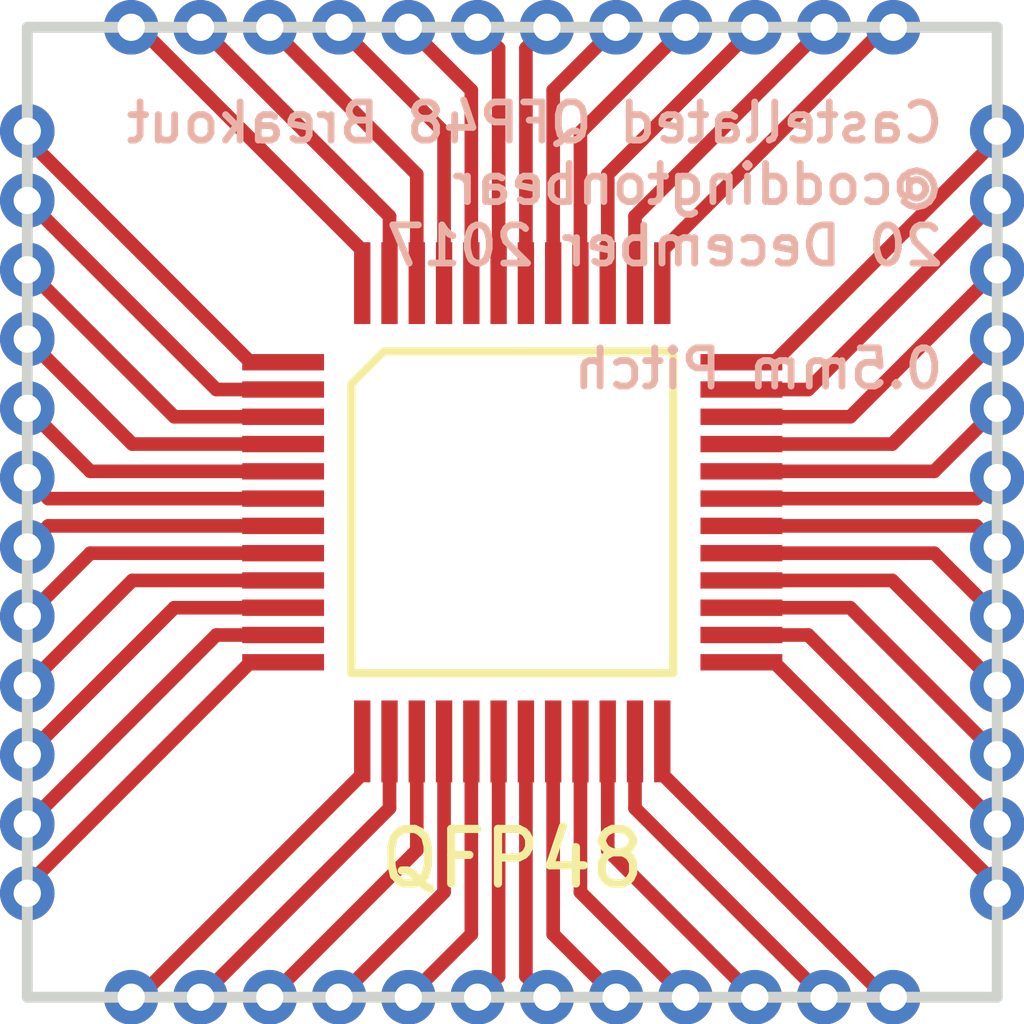
<source format=kicad_pcb>
(kicad_pcb (version 20171130) (host pcbnew "(2017-12-14 revision 75b21d0)-master")

  (general
    (thickness 1.6)
    (drawings 5)
    (tracks 152)
    (zones 0)
    (modules 1)
    (nets 1)
  )

  (page A4)
  (layers
    (0 F.Cu signal)
    (31 B.Cu signal)
    (32 B.Adhes user)
    (33 F.Adhes user)
    (34 B.Paste user)
    (35 F.Paste user)
    (36 B.SilkS user)
    (37 F.SilkS user)
    (38 B.Mask user)
    (39 F.Mask user)
    (40 Dwgs.User user)
    (41 Cmts.User user)
    (42 Eco1.User user)
    (43 Eco2.User user)
    (44 Edge.Cuts user)
    (45 Margin user)
    (46 B.CrtYd user)
    (47 F.CrtYd user)
    (48 B.Fab user)
    (49 F.Fab user)
  )

  (setup
    (last_trace_width 0.25)
    (trace_clearance 0.2)
    (zone_clearance 0.508)
    (zone_45_only no)
    (trace_min 0.2)
    (segment_width 0.2)
    (edge_width 0.15)
    (via_size 1)
    (via_drill 0.5)
    (via_min_size 0.4)
    (via_min_drill 0.3)
    (uvia_size 0.3)
    (uvia_drill 0.1)
    (uvias_allowed no)
    (uvia_min_size 0.2)
    (uvia_min_drill 0.1)
    (pcb_text_width 0.3)
    (pcb_text_size 1.5 1.5)
    (mod_edge_width 0.15)
    (mod_text_size 1 1)
    (mod_text_width 0.15)
    (pad_size 1.524 1.524)
    (pad_drill 0.762)
    (pad_to_mask_clearance 0.2)
    (aux_axis_origin 0 0)
    (visible_elements FFFFFF7F)
    (pcbplotparams
      (layerselection 0x010fc_ffffffff)
      (usegerberextensions false)
      (usegerberattributes false)
      (usegerberadvancedattributes false)
      (creategerberjobfile false)
      (excludeedgelayer true)
      (linewidth 0.100000)
      (plotframeref false)
      (viasonmask true)
      (mode 1)
      (useauxorigin false)
      (hpglpennumber 1)
      (hpglpenspeed 20)
      (hpglpendiameter 15)
      (psnegative false)
      (psa4output false)
      (plotreference true)
      (plotvalue true)
      (plotinvisibletext false)
      (padsonsilk false)
      (subtractmaskfromsilk false)
      (outputformat 1)
      (mirror false)
      (drillshape 0)
      (scaleselection 1)
      (outputdirectory ""))
  )

  (net 0 "")

  (net_class Default "This is the default net class."
    (clearance 0.2)
    (trace_width 0.25)
    (via_dia 1)
    (via_drill 0.5)
    (uvia_dia 0.3)
    (uvia_drill 0.1)
  )

  (module adamgreig/agg-kicad/agg.pretty:LQFP-48 (layer F.Cu) (tedit 5A3B23AE) (tstamp 5A4DD8BC)
    (at 171.45 78.105)
    (fp_text reference REF** (at 0 -5.9) (layer F.Fab)
      (effects (font (size 1 1) (thickness 0.15)))
    )
    (fp_text value QFP48 (at 0 6.35) (layer F.SilkS)
      (effects (font (size 1 1) (thickness 0.15)))
    )
    (fp_line (start -5.2 5.2) (end -5.2 -5.2) (layer F.CrtYd) (width 0.01))
    (fp_line (start 5.2 5.2) (end -5.2 5.2) (layer F.CrtYd) (width 0.01))
    (fp_line (start 5.2 -5.2) (end 5.2 5.2) (layer F.CrtYd) (width 0.01))
    (fp_line (start -5.2 -5.2) (end 5.2 -5.2) (layer F.CrtYd) (width 0.01))
    (fp_line (start -2.95 -2.35) (end -2.35 -2.95) (layer F.SilkS) (width 0.15))
    (fp_line (start -2.95 2.95) (end -2.95 -2.35) (layer F.SilkS) (width 0.15))
    (fp_line (start 2.95 2.95) (end -2.95 2.95) (layer F.SilkS) (width 0.15))
    (fp_line (start 2.95 -2.95) (end 2.95 2.95) (layer F.SilkS) (width 0.15))
    (fp_line (start -2.35 -2.95) (end 2.95 -2.95) (layer F.SilkS) (width 0.15))
    (fp_line (start 2.615 4.6) (end 2.615 3.6) (layer F.Fab) (width 0.01))
    (fp_line (start 2.885 4.6) (end 2.615 4.6) (layer F.Fab) (width 0.01))
    (fp_line (start 2.885 3.6) (end 2.885 4.6) (layer F.Fab) (width 0.01))
    (fp_line (start 2.115 4.6) (end 2.115 3.6) (layer F.Fab) (width 0.01))
    (fp_line (start 2.385 4.6) (end 2.115 4.6) (layer F.Fab) (width 0.01))
    (fp_line (start 2.385 3.6) (end 2.385 4.6) (layer F.Fab) (width 0.01))
    (fp_line (start 1.615 4.6) (end 1.615 3.6) (layer F.Fab) (width 0.01))
    (fp_line (start 1.885 4.6) (end 1.615 4.6) (layer F.Fab) (width 0.01))
    (fp_line (start 1.885 3.6) (end 1.885 4.6) (layer F.Fab) (width 0.01))
    (fp_line (start 1.115 4.6) (end 1.115 3.6) (layer F.Fab) (width 0.01))
    (fp_line (start 1.385 4.6) (end 1.115 4.6) (layer F.Fab) (width 0.01))
    (fp_line (start 1.385 3.6) (end 1.385 4.6) (layer F.Fab) (width 0.01))
    (fp_line (start 0.615 4.6) (end 0.615 3.6) (layer F.Fab) (width 0.01))
    (fp_line (start 0.885 4.6) (end 0.615 4.6) (layer F.Fab) (width 0.01))
    (fp_line (start 0.885 3.6) (end 0.885 4.6) (layer F.Fab) (width 0.01))
    (fp_line (start 0.115 4.6) (end 0.115 3.6) (layer F.Fab) (width 0.01))
    (fp_line (start 0.385 4.6) (end 0.115 4.6) (layer F.Fab) (width 0.01))
    (fp_line (start 0.385 3.6) (end 0.385 4.6) (layer F.Fab) (width 0.01))
    (fp_line (start -0.385 4.6) (end -0.385 3.6) (layer F.Fab) (width 0.01))
    (fp_line (start -0.115 4.6) (end -0.385 4.6) (layer F.Fab) (width 0.01))
    (fp_line (start -0.115 3.6) (end -0.115 4.6) (layer F.Fab) (width 0.01))
    (fp_line (start -0.885 4.6) (end -0.885 3.6) (layer F.Fab) (width 0.01))
    (fp_line (start -0.615 4.6) (end -0.885 4.6) (layer F.Fab) (width 0.01))
    (fp_line (start -0.615 3.6) (end -0.615 4.6) (layer F.Fab) (width 0.01))
    (fp_line (start -1.385 4.6) (end -1.385 3.6) (layer F.Fab) (width 0.01))
    (fp_line (start -1.115 4.6) (end -1.385 4.6) (layer F.Fab) (width 0.01))
    (fp_line (start -1.115 3.6) (end -1.115 4.6) (layer F.Fab) (width 0.01))
    (fp_line (start -1.885 4.6) (end -1.885 3.6) (layer F.Fab) (width 0.01))
    (fp_line (start -1.615 4.6) (end -1.885 4.6) (layer F.Fab) (width 0.01))
    (fp_line (start -1.615 3.6) (end -1.615 4.6) (layer F.Fab) (width 0.01))
    (fp_line (start -2.385 4.6) (end -2.385 3.6) (layer F.Fab) (width 0.01))
    (fp_line (start -2.115 4.6) (end -2.385 4.6) (layer F.Fab) (width 0.01))
    (fp_line (start -2.115 3.6) (end -2.115 4.6) (layer F.Fab) (width 0.01))
    (fp_line (start -2.885 4.6) (end -2.885 3.6) (layer F.Fab) (width 0.01))
    (fp_line (start -2.615 4.6) (end -2.885 4.6) (layer F.Fab) (width 0.01))
    (fp_line (start -2.615 3.6) (end -2.615 4.6) (layer F.Fab) (width 0.01))
    (fp_line (start -2.885 -3.6) (end -2.885 -4.6) (layer F.Fab) (width 0.01))
    (fp_line (start -2.615 -4.6) (end -2.615 -3.6) (layer F.Fab) (width 0.01))
    (fp_line (start -2.885 -4.6) (end -2.615 -4.6) (layer F.Fab) (width 0.01))
    (fp_line (start -2.385 -3.6) (end -2.385 -4.6) (layer F.Fab) (width 0.01))
    (fp_line (start -2.115 -4.6) (end -2.115 -3.6) (layer F.Fab) (width 0.01))
    (fp_line (start -2.385 -4.6) (end -2.115 -4.6) (layer F.Fab) (width 0.01))
    (fp_line (start -1.885 -3.6) (end -1.885 -4.6) (layer F.Fab) (width 0.01))
    (fp_line (start -1.615 -4.6) (end -1.615 -3.6) (layer F.Fab) (width 0.01))
    (fp_line (start -1.885 -4.6) (end -1.615 -4.6) (layer F.Fab) (width 0.01))
    (fp_line (start -1.385 -3.6) (end -1.385 -4.6) (layer F.Fab) (width 0.01))
    (fp_line (start -1.115 -4.6) (end -1.115 -3.6) (layer F.Fab) (width 0.01))
    (fp_line (start -1.385 -4.6) (end -1.115 -4.6) (layer F.Fab) (width 0.01))
    (fp_line (start -0.885 -3.6) (end -0.885 -4.6) (layer F.Fab) (width 0.01))
    (fp_line (start -0.615 -4.6) (end -0.615 -3.6) (layer F.Fab) (width 0.01))
    (fp_line (start -0.885 -4.6) (end -0.615 -4.6) (layer F.Fab) (width 0.01))
    (fp_line (start -0.385 -3.6) (end -0.385 -4.6) (layer F.Fab) (width 0.01))
    (fp_line (start -0.115 -4.6) (end -0.115 -3.6) (layer F.Fab) (width 0.01))
    (fp_line (start -0.385 -4.6) (end -0.115 -4.6) (layer F.Fab) (width 0.01))
    (fp_line (start 0.115 -3.6) (end 0.115 -4.6) (layer F.Fab) (width 0.01))
    (fp_line (start 0.385 -4.6) (end 0.385 -3.6) (layer F.Fab) (width 0.01))
    (fp_line (start 0.115 -4.6) (end 0.385 -4.6) (layer F.Fab) (width 0.01))
    (fp_line (start 0.615 -3.6) (end 0.615 -4.6) (layer F.Fab) (width 0.01))
    (fp_line (start 0.885 -4.6) (end 0.885 -3.6) (layer F.Fab) (width 0.01))
    (fp_line (start 0.615 -4.6) (end 0.885 -4.6) (layer F.Fab) (width 0.01))
    (fp_line (start 1.115 -3.6) (end 1.115 -4.6) (layer F.Fab) (width 0.01))
    (fp_line (start 1.385 -4.6) (end 1.385 -3.6) (layer F.Fab) (width 0.01))
    (fp_line (start 1.115 -4.6) (end 1.385 -4.6) (layer F.Fab) (width 0.01))
    (fp_line (start 1.615 -3.6) (end 1.615 -4.6) (layer F.Fab) (width 0.01))
    (fp_line (start 1.885 -4.6) (end 1.885 -3.6) (layer F.Fab) (width 0.01))
    (fp_line (start 1.615 -4.6) (end 1.885 -4.6) (layer F.Fab) (width 0.01))
    (fp_line (start 2.115 -3.6) (end 2.115 -4.6) (layer F.Fab) (width 0.01))
    (fp_line (start 2.385 -4.6) (end 2.385 -3.6) (layer F.Fab) (width 0.01))
    (fp_line (start 2.115 -4.6) (end 2.385 -4.6) (layer F.Fab) (width 0.01))
    (fp_line (start 2.615 -3.6) (end 2.615 -4.6) (layer F.Fab) (width 0.01))
    (fp_line (start 2.885 -4.6) (end 2.885 -3.6) (layer F.Fab) (width 0.01))
    (fp_line (start 2.615 -4.6) (end 2.885 -4.6) (layer F.Fab) (width 0.01))
    (fp_line (start 4.6 -2.615) (end 3.6 -2.615) (layer F.Fab) (width 0.01))
    (fp_line (start 4.6 -2.885) (end 4.6 -2.615) (layer F.Fab) (width 0.01))
    (fp_line (start 3.6 -2.885) (end 4.6 -2.885) (layer F.Fab) (width 0.01))
    (fp_line (start 4.6 -2.115) (end 3.6 -2.115) (layer F.Fab) (width 0.01))
    (fp_line (start 4.6 -2.385) (end 4.6 -2.115) (layer F.Fab) (width 0.01))
    (fp_line (start 3.6 -2.385) (end 4.6 -2.385) (layer F.Fab) (width 0.01))
    (fp_line (start 4.6 -1.615) (end 3.6 -1.615) (layer F.Fab) (width 0.01))
    (fp_line (start 4.6 -1.885) (end 4.6 -1.615) (layer F.Fab) (width 0.01))
    (fp_line (start 3.6 -1.885) (end 4.6 -1.885) (layer F.Fab) (width 0.01))
    (fp_line (start 4.6 -1.115) (end 3.6 -1.115) (layer F.Fab) (width 0.01))
    (fp_line (start 4.6 -1.385) (end 4.6 -1.115) (layer F.Fab) (width 0.01))
    (fp_line (start 3.6 -1.385) (end 4.6 -1.385) (layer F.Fab) (width 0.01))
    (fp_line (start 4.6 -0.615) (end 3.6 -0.615) (layer F.Fab) (width 0.01))
    (fp_line (start 4.6 -0.885) (end 4.6 -0.615) (layer F.Fab) (width 0.01))
    (fp_line (start 3.6 -0.885) (end 4.6 -0.885) (layer F.Fab) (width 0.01))
    (fp_line (start 4.6 -0.115) (end 3.6 -0.115) (layer F.Fab) (width 0.01))
    (fp_line (start 4.6 -0.385) (end 4.6 -0.115) (layer F.Fab) (width 0.01))
    (fp_line (start 3.6 -0.385) (end 4.6 -0.385) (layer F.Fab) (width 0.01))
    (fp_line (start 4.6 0.385) (end 3.6 0.385) (layer F.Fab) (width 0.01))
    (fp_line (start 4.6 0.115) (end 4.6 0.385) (layer F.Fab) (width 0.01))
    (fp_line (start 3.6 0.115) (end 4.6 0.115) (layer F.Fab) (width 0.01))
    (fp_line (start 4.6 0.885) (end 3.6 0.885) (layer F.Fab) (width 0.01))
    (fp_line (start 4.6 0.615) (end 4.6 0.885) (layer F.Fab) (width 0.01))
    (fp_line (start 3.6 0.615) (end 4.6 0.615) (layer F.Fab) (width 0.01))
    (fp_line (start 4.6 1.385) (end 3.6 1.385) (layer F.Fab) (width 0.01))
    (fp_line (start 4.6 1.115) (end 4.6 1.385) (layer F.Fab) (width 0.01))
    (fp_line (start 3.6 1.115) (end 4.6 1.115) (layer F.Fab) (width 0.01))
    (fp_line (start 4.6 1.885) (end 3.6 1.885) (layer F.Fab) (width 0.01))
    (fp_line (start 4.6 1.615) (end 4.6 1.885) (layer F.Fab) (width 0.01))
    (fp_line (start 3.6 1.615) (end 4.6 1.615) (layer F.Fab) (width 0.01))
    (fp_line (start 4.6 2.385) (end 3.6 2.385) (layer F.Fab) (width 0.01))
    (fp_line (start 4.6 2.115) (end 4.6 2.385) (layer F.Fab) (width 0.01))
    (fp_line (start 3.6 2.115) (end 4.6 2.115) (layer F.Fab) (width 0.01))
    (fp_line (start 4.6 2.885) (end 3.6 2.885) (layer F.Fab) (width 0.01))
    (fp_line (start 4.6 2.615) (end 4.6 2.885) (layer F.Fab) (width 0.01))
    (fp_line (start 3.6 2.615) (end 4.6 2.615) (layer F.Fab) (width 0.01))
    (fp_line (start -4.6 2.885) (end -4.6 2.615) (layer F.Fab) (width 0.01))
    (fp_line (start -3.6 2.885) (end -4.6 2.885) (layer F.Fab) (width 0.01))
    (fp_line (start -4.6 2.615) (end -3.6 2.615) (layer F.Fab) (width 0.01))
    (fp_line (start -4.6 2.385) (end -4.6 2.115) (layer F.Fab) (width 0.01))
    (fp_line (start -3.6 2.385) (end -4.6 2.385) (layer F.Fab) (width 0.01))
    (fp_line (start -4.6 2.115) (end -3.6 2.115) (layer F.Fab) (width 0.01))
    (fp_line (start -4.6 1.885) (end -4.6 1.615) (layer F.Fab) (width 0.01))
    (fp_line (start -3.6 1.885) (end -4.6 1.885) (layer F.Fab) (width 0.01))
    (fp_line (start -4.6 1.615) (end -3.6 1.615) (layer F.Fab) (width 0.01))
    (fp_line (start -4.6 1.385) (end -4.6 1.115) (layer F.Fab) (width 0.01))
    (fp_line (start -3.6 1.385) (end -4.6 1.385) (layer F.Fab) (width 0.01))
    (fp_line (start -4.6 1.115) (end -3.6 1.115) (layer F.Fab) (width 0.01))
    (fp_line (start -4.6 0.885) (end -4.6 0.615) (layer F.Fab) (width 0.01))
    (fp_line (start -3.6 0.885) (end -4.6 0.885) (layer F.Fab) (width 0.01))
    (fp_line (start -4.6 0.615) (end -3.6 0.615) (layer F.Fab) (width 0.01))
    (fp_line (start -4.6 0.385) (end -4.6 0.115) (layer F.Fab) (width 0.01))
    (fp_line (start -3.6 0.385) (end -4.6 0.385) (layer F.Fab) (width 0.01))
    (fp_line (start -4.6 0.115) (end -3.6 0.115) (layer F.Fab) (width 0.01))
    (fp_line (start -4.6 -0.115) (end -4.6 -0.385) (layer F.Fab) (width 0.01))
    (fp_line (start -3.6 -0.115) (end -4.6 -0.115) (layer F.Fab) (width 0.01))
    (fp_line (start -4.6 -0.385) (end -3.6 -0.385) (layer F.Fab) (width 0.01))
    (fp_line (start -4.6 -0.615) (end -4.6 -0.885) (layer F.Fab) (width 0.01))
    (fp_line (start -3.6 -0.615) (end -4.6 -0.615) (layer F.Fab) (width 0.01))
    (fp_line (start -4.6 -0.885) (end -3.6 -0.885) (layer F.Fab) (width 0.01))
    (fp_line (start -4.6 -1.115) (end -4.6 -1.385) (layer F.Fab) (width 0.01))
    (fp_line (start -3.6 -1.115) (end -4.6 -1.115) (layer F.Fab) (width 0.01))
    (fp_line (start -4.6 -1.385) (end -3.6 -1.385) (layer F.Fab) (width 0.01))
    (fp_line (start -4.6 -1.615) (end -4.6 -1.885) (layer F.Fab) (width 0.01))
    (fp_line (start -3.6 -1.615) (end -4.6 -1.615) (layer F.Fab) (width 0.01))
    (fp_line (start -4.6 -1.885) (end -3.6 -1.885) (layer F.Fab) (width 0.01))
    (fp_line (start -4.6 -2.115) (end -4.6 -2.385) (layer F.Fab) (width 0.01))
    (fp_line (start -3.6 -2.115) (end -4.6 -2.115) (layer F.Fab) (width 0.01))
    (fp_line (start -4.6 -2.385) (end -3.6 -2.385) (layer F.Fab) (width 0.01))
    (fp_line (start -4.6 -2.615) (end -4.6 -2.885) (layer F.Fab) (width 0.01))
    (fp_line (start -3.6 -2.615) (end -4.6 -2.615) (layer F.Fab) (width 0.01))
    (fp_line (start -4.6 -2.885) (end -3.6 -2.885) (layer F.Fab) (width 0.01))
    (fp_circle (center -2.8 -2.8) (end -2.8 -2.4) (layer F.Fab) (width 0.01))
    (fp_line (start -3.6 3.6) (end -3.6 -3.6) (layer F.Fab) (width 0.01))
    (fp_line (start 3.6 3.6) (end -3.6 3.6) (layer F.Fab) (width 0.01))
    (fp_line (start 3.6 -3.6) (end 3.6 3.6) (layer F.Fab) (width 0.01))
    (fp_line (start -3.6 -3.6) (end 3.6 -3.6) (layer F.Fab) (width 0.01))
    (pad 48 smd rect (at -2.75 -4.2) (size 0.3 1.5) (layers F.Cu F.Paste F.Mask))
    (pad 47 smd rect (at -2.25 -4.2) (size 0.3 1.5) (layers F.Cu F.Paste F.Mask))
    (pad 46 smd rect (at -1.75 -4.2) (size 0.3 1.5) (layers F.Cu F.Paste F.Mask))
    (pad 45 smd rect (at -1.25 -4.2) (size 0.3 1.5) (layers F.Cu F.Paste F.Mask))
    (pad 44 smd rect (at -0.75 -4.2) (size 0.3 1.5) (layers F.Cu F.Paste F.Mask))
    (pad 43 smd rect (at -0.25 -4.2) (size 0.3 1.5) (layers F.Cu F.Paste F.Mask))
    (pad 42 smd rect (at 0.25 -4.2) (size 0.3 1.5) (layers F.Cu F.Paste F.Mask))
    (pad 41 smd rect (at 0.75 -4.2) (size 0.3 1.5) (layers F.Cu F.Paste F.Mask))
    (pad 40 smd rect (at 1.25 -4.2) (size 0.3 1.5) (layers F.Cu F.Paste F.Mask))
    (pad 39 smd rect (at 1.75 -4.2) (size 0.3 1.5) (layers F.Cu F.Paste F.Mask))
    (pad 38 smd rect (at 2.25 -4.2) (size 0.3 1.5) (layers F.Cu F.Paste F.Mask))
    (pad 37 smd rect (at 2.75 -4.2) (size 0.3 1.5) (layers F.Cu F.Paste F.Mask))
    (pad 36 smd rect (at 4.2 -2.75) (size 1.5 0.3) (layers F.Cu F.Paste F.Mask))
    (pad 35 smd rect (at 4.2 -2.25) (size 1.5 0.3) (layers F.Cu F.Paste F.Mask))
    (pad 34 smd rect (at 4.2 -1.75) (size 1.5 0.3) (layers F.Cu F.Paste F.Mask))
    (pad 33 smd rect (at 4.2 -1.25) (size 1.5 0.3) (layers F.Cu F.Paste F.Mask))
    (pad 32 smd rect (at 4.2 -0.75) (size 1.5 0.3) (layers F.Cu F.Paste F.Mask))
    (pad 31 smd rect (at 4.2 -0.25) (size 1.5 0.3) (layers F.Cu F.Paste F.Mask))
    (pad 30 smd rect (at 4.2 0.25) (size 1.5 0.3) (layers F.Cu F.Paste F.Mask))
    (pad 29 smd rect (at 4.2 0.75) (size 1.5 0.3) (layers F.Cu F.Paste F.Mask))
    (pad 28 smd rect (at 4.2 1.25) (size 1.5 0.3) (layers F.Cu F.Paste F.Mask))
    (pad 27 smd rect (at 4.2 1.75) (size 1.5 0.3) (layers F.Cu F.Paste F.Mask))
    (pad 26 smd rect (at 4.2 2.25) (size 1.5 0.3) (layers F.Cu F.Paste F.Mask))
    (pad 25 smd rect (at 4.2 2.75) (size 1.5 0.3) (layers F.Cu F.Paste F.Mask))
    (pad 24 smd rect (at 2.75 4.2) (size 0.3 1.5) (layers F.Cu F.Paste F.Mask))
    (pad 23 smd rect (at 2.25 4.2) (size 0.3 1.5) (layers F.Cu F.Paste F.Mask))
    (pad 22 smd rect (at 1.75 4.2) (size 0.3 1.5) (layers F.Cu F.Paste F.Mask))
    (pad 21 smd rect (at 1.25 4.2) (size 0.3 1.5) (layers F.Cu F.Paste F.Mask))
    (pad 20 smd rect (at 0.75 4.2) (size 0.3 1.5) (layers F.Cu F.Paste F.Mask))
    (pad 19 smd rect (at 0.25 4.2) (size 0.3 1.5) (layers F.Cu F.Paste F.Mask))
    (pad 18 smd rect (at -0.25 4.2) (size 0.3 1.5) (layers F.Cu F.Paste F.Mask))
    (pad 17 smd rect (at -0.75 4.2) (size 0.3 1.5) (layers F.Cu F.Paste F.Mask))
    (pad 16 smd rect (at -1.25 4.2) (size 0.3 1.5) (layers F.Cu F.Paste F.Mask))
    (pad 15 smd rect (at -1.75 4.2) (size 0.3 1.5) (layers F.Cu F.Paste F.Mask))
    (pad 14 smd rect (at -2.25 4.2) (size 0.3 1.5) (layers F.Cu F.Paste F.Mask))
    (pad 13 smd rect (at -2.75 4.2) (size 0.3 1.5) (layers F.Cu F.Paste F.Mask))
    (pad 12 smd rect (at -4.2 2.75) (size 1.5 0.3) (layers F.Cu F.Paste F.Mask))
    (pad 11 smd rect (at -4.2 2.25) (size 1.5 0.3) (layers F.Cu F.Paste F.Mask))
    (pad 10 smd rect (at -4.2 1.75) (size 1.5 0.3) (layers F.Cu F.Paste F.Mask))
    (pad 9 smd rect (at -4.2 1.25) (size 1.5 0.3) (layers F.Cu F.Paste F.Mask))
    (pad 8 smd rect (at -4.2 0.75) (size 1.5 0.3) (layers F.Cu F.Paste F.Mask))
    (pad 7 smd rect (at -4.2 0.25) (size 1.5 0.3) (layers F.Cu F.Paste F.Mask))
    (pad 6 smd rect (at -4.2 -0.25) (size 1.5 0.3) (layers F.Cu F.Paste F.Mask))
    (pad 5 smd rect (at -4.2 -0.75) (size 1.5 0.3) (layers F.Cu F.Paste F.Mask))
    (pad 4 smd rect (at -4.2 -1.25) (size 1.5 0.3) (layers F.Cu F.Paste F.Mask))
    (pad 3 smd rect (at -4.2 -1.75) (size 1.5 0.3) (layers F.Cu F.Paste F.Mask))
    (pad 2 smd rect (at -4.2 -2.25) (size 1.5 0.3) (layers F.Cu F.Paste F.Mask))
    (pad 1 smd rect (at -4.2 -2.75) (size 1.5 0.3) (layers F.Cu F.Paste F.Mask))
    (model ${KISYS3DMOD}/Housings_QFP.3dshapes/LQFP-48_7x7mm_Pitch0.5mm.wrl
      (at (xyz 0 0 0))
      (scale (xyz 1 1 1))
      (rotate (xyz 0 0 0))
    )
  )

  (gr_text "Castellated QFP48 Breakout\n@coddingtonbear\n20 December 2017\n\n0.5mm Pitch" (at 179.41 73.22) (layer B.SilkS)
    (effects (font (size 0.7 0.7) (thickness 0.125)) (justify left mirror))
  )
  (gr_line (start 162.56 86.995) (end 162.56 69.215) (layer Edge.Cuts) (width 0.2))
  (gr_line (start 180.34 86.995) (end 162.56 86.995) (layer Edge.Cuts) (width 0.2))
  (gr_line (start 180.34 69.215) (end 180.34 86.995) (layer Edge.Cuts) (width 0.2))
  (gr_line (start 162.56 69.215) (end 180.34 69.215) (layer Edge.Cuts) (width 0.2))

  (segment (start 167.25 75.355) (end 166.65 75.355) (width 0.25) (layer F.Cu) (net 0))
  (segment (start 162.56 71.265) (end 162.56 71.12) (width 0.25) (layer F.Cu) (net 0))
  (segment (start 166.65 75.355) (end 162.56 71.265) (width 0.25) (layer F.Cu) (net 0))
  (segment (start 167.25 75.855) (end 166.025 75.855) (width 0.25) (layer F.Cu) (net 0))
  (segment (start 166.025 75.855) (end 162.56 72.39) (width 0.25) (layer F.Cu) (net 0))
  (segment (start 167.25 76.355) (end 165.255 76.355) (width 0.25) (layer F.Cu) (net 0))
  (segment (start 165.255 76.355) (end 162.56 73.66) (width 0.25) (layer F.Cu) (net 0))
  (segment (start 167.25 76.855) (end 164.485 76.855) (width 0.25) (layer F.Cu) (net 0))
  (segment (start 164.485 76.855) (end 162.56 74.93) (width 0.25) (layer F.Cu) (net 0))
  (segment (start 167.25 77.355) (end 163.715 77.355) (width 0.25) (layer F.Cu) (net 0))
  (segment (start 163.715 77.355) (end 162.56 76.2) (width 0.25) (layer F.Cu) (net 0))
  (segment (start 167.25 80.855) (end 166.65 80.855) (width 0.25) (layer F.Cu) (net 0))
  (segment (start 166.65 80.855) (end 162.56 84.945) (width 0.25) (layer F.Cu) (net 0))
  (segment (start 162.56 84.945) (end 162.56 85.09) (width 0.25) (layer F.Cu) (net 0))
  (segment (start 167.25 80.355) (end 166.025 80.355) (width 0.25) (layer F.Cu) (net 0))
  (segment (start 166.025 80.355) (end 162.56 83.82) (width 0.25) (layer F.Cu) (net 0))
  (segment (start 167.25 79.855) (end 165.255 79.855) (width 0.25) (layer F.Cu) (net 0))
  (segment (start 165.255 79.855) (end 162.56 82.55) (width 0.25) (layer F.Cu) (net 0))
  (segment (start 167.25 79.355) (end 164.485 79.355) (width 0.25) (layer F.Cu) (net 0))
  (segment (start 164.485 79.355) (end 162.56 81.28) (width 0.25) (layer F.Cu) (net 0))
  (segment (start 167.25 78.855) (end 163.715 78.855) (width 0.25) (layer F.Cu) (net 0))
  (segment (start 163.715 78.855) (end 162.56 80.01) (width 0.25) (layer F.Cu) (net 0))
  (segment (start 168.7 82.305) (end 168.7 82.905) (width 0.25) (layer F.Cu) (net 0))
  (segment (start 168.7 82.905) (end 164.61 86.995) (width 0.25) (layer F.Cu) (net 0))
  (segment (start 164.61 86.995) (end 164.465 86.995) (width 0.25) (layer F.Cu) (net 0))
  (segment (start 169.2 82.305) (end 169.2 83.53) (width 0.25) (layer F.Cu) (net 0))
  (segment (start 169.2 83.53) (end 165.735 86.995) (width 0.25) (layer F.Cu) (net 0))
  (segment (start 169.7 82.305) (end 169.7 84.3) (width 0.25) (layer F.Cu) (net 0))
  (segment (start 169.7 84.3) (end 167.005 86.995) (width 0.25) (layer F.Cu) (net 0))
  (segment (start 170.2 82.305) (end 170.2 85.07) (width 0.25) (layer F.Cu) (net 0))
  (segment (start 170.2 85.07) (end 168.275 86.995) (width 0.25) (layer F.Cu) (net 0))
  (segment (start 170.7 82.305) (end 170.7 85.84) (width 0.25) (layer F.Cu) (net 0))
  (segment (start 170.7 85.84) (end 169.545 86.995) (width 0.25) (layer F.Cu) (net 0))
  (segment (start 174.2 82.305) (end 174.2 82.905) (width 0.25) (layer F.Cu) (net 0))
  (segment (start 174.2 82.905) (end 178.29 86.995) (width 0.25) (layer F.Cu) (net 0))
  (segment (start 178.29 86.995) (end 178.435 86.995) (width 0.25) (layer F.Cu) (net 0))
  (segment (start 173.7 82.305) (end 173.7 83.53) (width 0.25) (layer F.Cu) (net 0))
  (segment (start 173.7 83.53) (end 177.165 86.995) (width 0.25) (layer F.Cu) (net 0))
  (segment (start 173.2 82.305) (end 173.2 84.3) (width 0.25) (layer F.Cu) (net 0))
  (segment (start 173.2 84.3) (end 175.895 86.995) (width 0.25) (layer F.Cu) (net 0))
  (segment (start 172.7 82.305) (end 172.7 85.07) (width 0.25) (layer F.Cu) (net 0))
  (segment (start 172.7 85.07) (end 174.625 86.995) (width 0.25) (layer F.Cu) (net 0))
  (segment (start 172.2 82.305) (end 172.2 85.84) (width 0.25) (layer F.Cu) (net 0))
  (segment (start 172.2 85.84) (end 173.355 86.995) (width 0.25) (layer F.Cu) (net 0))
  (segment (start 175.65 80.855) (end 176.25 80.855) (width 0.25) (layer F.Cu) (net 0))
  (segment (start 176.25 80.855) (end 180.34 84.945) (width 0.25) (layer F.Cu) (net 0))
  (segment (start 180.34 84.945) (end 180.34 85.09) (width 0.25) (layer F.Cu) (net 0))
  (segment (start 175.65 80.355) (end 176.875 80.355) (width 0.25) (layer F.Cu) (net 0))
  (segment (start 176.875 80.355) (end 180.34 83.82) (width 0.25) (layer F.Cu) (net 0))
  (segment (start 175.65 79.855) (end 177.645 79.855) (width 0.25) (layer F.Cu) (net 0))
  (segment (start 177.645 79.855) (end 180.34 82.55) (width 0.25) (layer F.Cu) (net 0))
  (segment (start 175.65 79.355) (end 178.415 79.355) (width 0.25) (layer F.Cu) (net 0))
  (segment (start 178.415 79.355) (end 180.34 81.28) (width 0.25) (layer F.Cu) (net 0))
  (segment (start 175.65 78.855) (end 179.185 78.855) (width 0.25) (layer F.Cu) (net 0))
  (segment (start 179.185 78.855) (end 180.34 80.01) (width 0.25) (layer F.Cu) (net 0))
  (segment (start 175.65 75.855) (end 176.875 75.855) (width 0.25) (layer F.Cu) (net 0))
  (segment (start 176.875 75.855) (end 180.34 72.39) (width 0.25) (layer F.Cu) (net 0))
  (segment (start 175.65 76.355) (end 177.645 76.355) (width 0.25) (layer F.Cu) (net 0))
  (segment (start 177.645 76.355) (end 180.34 73.66) (width 0.25) (layer F.Cu) (net 0))
  (segment (start 175.65 76.855) (end 178.415 76.855) (width 0.25) (layer F.Cu) (net 0))
  (segment (start 178.415 76.855) (end 180.34 74.93) (width 0.25) (layer F.Cu) (net 0))
  (segment (start 175.65 77.355) (end 179.185 77.355) (width 0.25) (layer F.Cu) (net 0))
  (segment (start 179.185 77.355) (end 180.34 76.2) (width 0.25) (layer F.Cu) (net 0))
  (segment (start 175.65 75.355) (end 176.25 75.355) (width 0.25) (layer F.Cu) (net 0))
  (segment (start 176.25 75.355) (end 180.34 71.265) (width 0.25) (layer F.Cu) (net 0))
  (segment (start 180.34 71.265) (end 180.34 71.12) (width 0.25) (layer F.Cu) (net 0))
  (segment (start 174.2 73.905) (end 174.2 73.305) (width 0.25) (layer F.Cu) (net 0))
  (segment (start 178.29 69.215) (end 178.435 69.215) (width 0.25) (layer F.Cu) (net 0))
  (segment (start 174.2 73.305) (end 178.29 69.215) (width 0.25) (layer F.Cu) (net 0))
  (segment (start 173.7 73.905) (end 173.7 72.68) (width 0.25) (layer F.Cu) (net 0))
  (segment (start 173.7 72.68) (end 177.165 69.215) (width 0.25) (layer F.Cu) (net 0))
  (segment (start 173.2 73.905) (end 173.2 71.91) (width 0.25) (layer F.Cu) (net 0))
  (segment (start 173.2 71.91) (end 175.895 69.215) (width 0.25) (layer F.Cu) (net 0))
  (segment (start 172.7 73.905) (end 172.7 71.14) (width 0.25) (layer F.Cu) (net 0))
  (segment (start 172.7 71.14) (end 174.625 69.215) (width 0.25) (layer F.Cu) (net 0))
  (segment (start 172.2 73.905) (end 172.2 70.37) (width 0.25) (layer F.Cu) (net 0))
  (segment (start 172.2 70.37) (end 173.355 69.215) (width 0.25) (layer F.Cu) (net 0))
  (segment (start 168.7 73.905) (end 168.7 73.305) (width 0.25) (layer F.Cu) (net 0))
  (segment (start 168.7 73.305) (end 164.61 69.215) (width 0.25) (layer F.Cu) (net 0))
  (segment (start 164.61 69.215) (end 164.465 69.215) (width 0.25) (layer F.Cu) (net 0))
  (segment (start 169.2 73.905) (end 169.2 72.68) (width 0.25) (layer F.Cu) (net 0))
  (segment (start 169.2 72.68) (end 165.735 69.215) (width 0.25) (layer F.Cu) (net 0))
  (segment (start 169.7 73.905) (end 169.7 71.91) (width 0.25) (layer F.Cu) (net 0))
  (segment (start 169.7 71.91) (end 167.005 69.215) (width 0.25) (layer F.Cu) (net 0))
  (segment (start 170.2 73.905) (end 170.2 71.14) (width 0.25) (layer F.Cu) (net 0))
  (segment (start 170.2 71.14) (end 168.275 69.215) (width 0.25) (layer F.Cu) (net 0))
  (segment (start 170.7 73.905) (end 170.7 70.37) (width 0.25) (layer F.Cu) (net 0))
  (segment (start 170.7 70.37) (end 169.545 69.215) (width 0.25) (layer F.Cu) (net 0))
  (segment (start 167.25 77.855) (end 162.945 77.855) (width 0.25) (layer F.Cu) (net 0))
  (segment (start 162.945 77.855) (end 162.56 77.47) (width 0.25) (layer F.Cu) (net 0))
  (segment (start 167.25 78.355) (end 162.945 78.355) (width 0.25) (layer F.Cu) (net 0))
  (segment (start 162.945 78.355) (end 162.56 78.74) (width 0.25) (layer F.Cu) (net 0))
  (segment (start 171.2 82.305) (end 171.2 86.61) (width 0.25) (layer F.Cu) (net 0))
  (segment (start 171.2 86.61) (end 170.815 86.995) (width 0.25) (layer F.Cu) (net 0))
  (segment (start 171.7 82.305) (end 171.7 86.61) (width 0.25) (layer F.Cu) (net 0))
  (segment (start 171.7 86.61) (end 172.085 86.995) (width 0.25) (layer F.Cu) (net 0))
  (segment (start 175.65 78.355) (end 179.955 78.355) (width 0.25) (layer F.Cu) (net 0))
  (segment (start 179.955 78.355) (end 180.34 78.74) (width 0.25) (layer F.Cu) (net 0))
  (segment (start 175.65 77.855) (end 179.955 77.855) (width 0.25) (layer F.Cu) (net 0))
  (segment (start 179.955 77.855) (end 180.34 77.47) (width 0.25) (layer F.Cu) (net 0))
  (segment (start 171.2 73.905) (end 171.2 69.6) (width 0.25) (layer F.Cu) (net 0))
  (segment (start 171.2 69.6) (end 170.815 69.215) (width 0.25) (layer F.Cu) (net 0))
  (segment (start 171.7 73.905) (end 171.7 69.6) (width 0.25) (layer F.Cu) (net 0))
  (segment (start 171.7 69.6) (end 172.085 69.215) (width 0.25) (layer F.Cu) (net 0))
  (via (at 180.34 71.12) (size 1) (drill 0.5) (layers F.Cu B.Cu) (net 0))
  (via (at 180.34 72.39) (size 1) (drill 0.5) (layers F.Cu B.Cu) (net 0))
  (via (at 180.34 73.66) (size 1) (drill 0.5) (layers F.Cu B.Cu) (net 0))
  (via (at 180.34 74.93) (size 1) (drill 0.5) (layers F.Cu B.Cu) (net 0))
  (via (at 180.34 76.2) (size 1) (drill 0.5) (layers F.Cu B.Cu) (net 0))
  (via (at 180.34 77.47) (size 1) (drill 0.5) (layers F.Cu B.Cu) (net 0))
  (via (at 180.34 78.74) (size 1) (drill 0.5) (layers F.Cu B.Cu) (net 0))
  (via (at 180.34 80.01) (size 1) (drill 0.5) (layers F.Cu B.Cu) (net 0))
  (via (at 180.34 81.28) (size 1) (drill 0.5) (layers F.Cu B.Cu) (net 0))
  (via (at 180.34 82.55) (size 1) (drill 0.5) (layers F.Cu B.Cu) (net 0))
  (via (at 180.34 83.82) (size 1) (drill 0.5) (layers F.Cu B.Cu) (net 0))
  (via (at 180.34 85.09) (size 1) (drill 0.5) (layers F.Cu B.Cu) (net 0))
  (via (at 178.435 86.995) (size 1) (drill 0.5) (layers F.Cu B.Cu) (net 0))
  (via (at 177.165 86.995) (size 1) (drill 0.5) (layers F.Cu B.Cu) (net 0))
  (via (at 175.895 86.995) (size 1) (drill 0.5) (layers F.Cu B.Cu) (net 0))
  (via (at 174.625 86.995) (size 1) (drill 0.5) (layers F.Cu B.Cu) (net 0))
  (via (at 173.355 86.995) (size 1) (drill 0.5) (layers F.Cu B.Cu) (net 0))
  (via (at 172.085 86.995) (size 1) (drill 0.5) (layers F.Cu B.Cu) (net 0))
  (via (at 170.815 86.995) (size 1) (drill 0.5) (layers F.Cu B.Cu) (net 0))
  (via (at 169.545 86.995) (size 1) (drill 0.5) (layers F.Cu B.Cu) (net 0))
  (via (at 168.275 86.995) (size 1) (drill 0.5) (layers F.Cu B.Cu) (net 0))
  (via (at 167.005 86.995) (size 1) (drill 0.5) (layers F.Cu B.Cu) (net 0))
  (via (at 165.735 86.995) (size 1) (drill 0.5) (layers F.Cu B.Cu) (net 0))
  (via (at 164.465 86.995) (size 1) (drill 0.5) (layers F.Cu B.Cu) (net 0))
  (via (at 162.56 85.09) (size 1) (drill 0.5) (layers F.Cu B.Cu) (net 0))
  (via (at 162.56 83.82) (size 1) (drill 0.5) (layers F.Cu B.Cu) (net 0))
  (via (at 162.56 82.55) (size 1) (drill 0.5) (layers F.Cu B.Cu) (net 0))
  (via (at 162.56 81.28) (size 1) (drill 0.5) (layers F.Cu B.Cu) (net 0))
  (via (at 162.56 80.01) (size 1) (drill 0.5) (layers F.Cu B.Cu) (net 0))
  (via (at 162.56 78.74) (size 1) (drill 0.5) (layers F.Cu B.Cu) (net 0))
  (via (at 162.56 77.47) (size 1) (drill 0.5) (layers F.Cu B.Cu) (net 0))
  (via (at 162.56 76.2) (size 1) (drill 0.5) (layers F.Cu B.Cu) (net 0))
  (via (at 162.56 74.93) (size 1) (drill 0.5) (layers F.Cu B.Cu) (net 0))
  (via (at 162.56 73.66) (size 1) (drill 0.5) (layers F.Cu B.Cu) (net 0))
  (via (at 162.56 72.39) (size 1) (drill 0.5) (layers F.Cu B.Cu) (net 0))
  (via (at 162.56 71.12) (size 1) (drill 0.5) (layers F.Cu B.Cu) (net 0))
  (via (at 164.465 69.215) (size 1) (drill 0.5) (layers F.Cu B.Cu) (net 0))
  (via (at 165.735 69.215) (size 1) (drill 0.5) (layers F.Cu B.Cu) (net 0))
  (via (at 167.005 69.215) (size 1) (drill 0.5) (layers F.Cu B.Cu) (net 0))
  (via (at 168.275 69.215) (size 1) (drill 0.5) (layers F.Cu B.Cu) (net 0))
  (via (at 169.545 69.215) (size 1) (drill 0.5) (layers F.Cu B.Cu) (net 0))
  (via (at 170.815 69.215) (size 1) (drill 0.5) (layers F.Cu B.Cu) (net 0))
  (via (at 178.435 69.215) (size 1) (drill 0.5) (layers F.Cu B.Cu) (net 0))
  (via (at 177.165 69.215) (size 1) (drill 0.5) (layers F.Cu B.Cu) (net 0))
  (via (at 175.895 69.215) (size 1) (drill 0.5) (layers F.Cu B.Cu) (net 0))
  (via (at 174.625 69.215) (size 1) (drill 0.5) (layers F.Cu B.Cu) (net 0))
  (via (at 173.355 69.215) (size 1) (drill 0.5) (layers F.Cu B.Cu) (net 0))
  (via (at 172.085 69.215) (size 1) (drill 0.5) (layers F.Cu B.Cu) (net 0))

)

</source>
